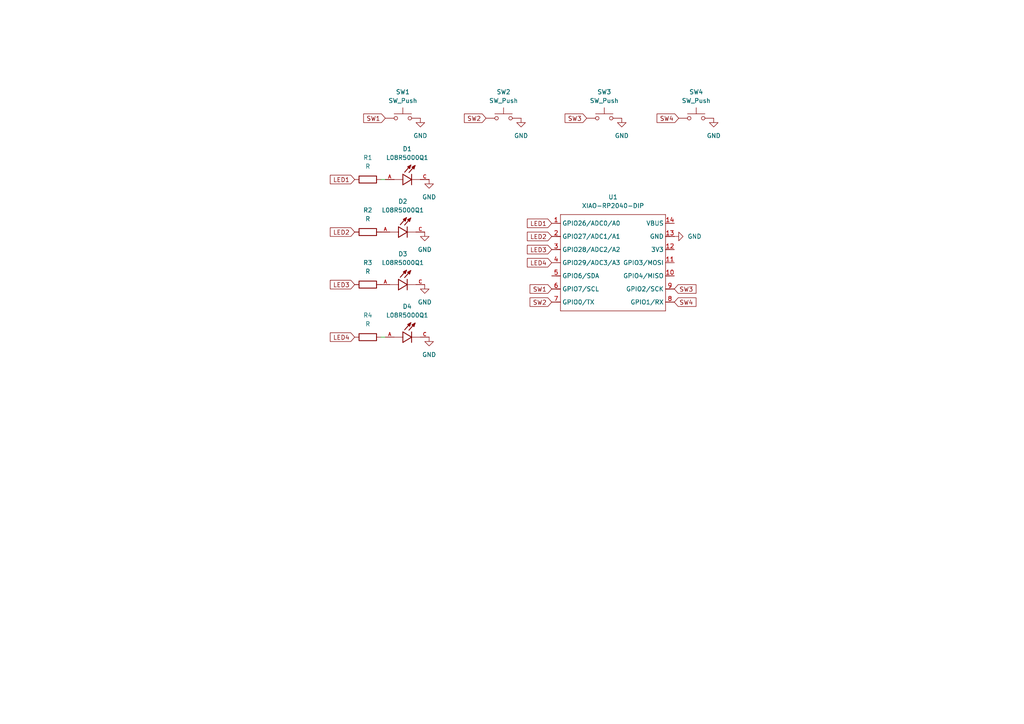
<source format=kicad_sch>
(kicad_sch (version 20250114) (generator "eeschema") (generator_version "9.0")
  (paper "A4")
  (lib_symbols
    (symbol "Device:R" (pin_numbers (hide yes)) (pin_names (offset 0))
      (property "Reference" "R" (at 2.032 0 90))
      (property "Value" "R" (at 0 0 90))
      (symbol "R_0_1"
        (rectangle (start -1.016 -2.54) (end 1.016 2.54) (stroke (width 0.254)))
      )
      (symbol "R_1_1"
        (pin passive line (at 0 3.81 270) (length 1.27) (name "~") (number "1"))
        (pin passive line (at 0 -3.81 90) (length 1.27) (name "~") (number "2"))
      )
    )
    (symbol "LED:L08R5000Q1" (pin_names (offset 1.016))
      (property "Reference" "D" (at -3.0988 4.4958 0))
      (property "Value" "L08R5000Q1" (at -3.556 -3.302 0))
      (symbol "L08R5000Q1_0_0"
        (polyline (pts (xy -2.54 1.524) (xy -2.54 0)) (stroke (width 0.254)))
        (polyline (pts (xy -2.54 0) (xy -5.08 0)) (stroke (width 0.1524)))
        (polyline (pts (xy -2.54 0) (xy -2.54 -1.524)) (stroke (width 0.254)))
        (polyline (pts (xy -2.54 -1.524) (xy 0 0)) (stroke (width 0.254)))
        (polyline (pts (xy -1.1176 3.683) (xy -0.2286 4.1656)) (stroke (width 0.254)))
        (polyline (pts (xy -0.9398 3.6068) (xy -0.7112 3.7592)) (stroke (width 0.254)))
        (polyline (pts (xy -0.5588 3.2004) (xy -1.1176 3.683)) (stroke (width 0.254)))
        (polyline (pts (xy -0.5588 3.2004) (xy -0.5334 3.937)) (stroke (width 0.254)))
        (polyline (pts (xy -0.5334 3.937) (xy -0.6604 3.937)) (stroke (width 0.254)))
        (polyline (pts (xy -0.2286 4.1656) (xy -2.0066 2.1336)) (stroke (width 0.254)))
        (polyline (pts (xy -0.2286 4.1656) (xy -0.5588 3.2004)) (stroke (width 0.254)))
        (polyline (pts (xy 0 1.524) (xy 0 0)) (stroke (width 0.254)))
        (polyline (pts (xy 0 0) (xy -2.54 1.524)) (stroke (width 0.254)))
        (polyline (pts (xy 0 0) (xy 0 -1.524)) (stroke (width 0.254)))
        (polyline (pts (xy 0.127 3.5814) (xy 1.016 4.064)) (stroke (width 0.254)))
        (polyline (pts (xy 0.3048 3.5052) (xy 0.5334 3.6576)) (stroke (width 0.254)))
        (polyline (pts (xy 0.6858 3.0988) (xy 0.127 3.5814)) (stroke (width 0.254)))
        (polyline (pts (xy 0.6858 3.0988) (xy 0.7112 3.8354)) (stroke (width 0.254)))
        (polyline (pts (xy 0.7112 3.8354) (xy 0.5842 3.8354)) (stroke (width 0.254)))
        (polyline (pts (xy 1.016 4.064) (xy -0.762 2.032)) (stroke (width 0.254)))
        (polyline (pts (xy 1.016 4.064) (xy 0.6858 3.0988)) (stroke (width 0.254)))
        (polyline (pts (xy 2.54 0) (xy 0 0)) (stroke (width 0.1524)))
        (pin passive line (at -7.62 0 0) (length 2.54) (name "~") (number "A"))
        (pin passive line (at 5.08 0 180) (length 2.54) (name "~") (number "C"))
      )
    )
    (symbol "OPL:XIAO-RP2040-DIP"
      (property "Reference" "U" (at 0 0 0))
      (property "Value" "XIAO-RP2040-DIP" (at 5.334 -1.778 0))
      (symbol "XIAO-RP2040-DIP_1_0"
        (polyline (pts (xy -1.27 -2.54) (xy 29.21 -2.54)) (stroke (width 0.1524)))
        (polyline (pts (xy -1.27 -5.08) (xy -2.54 -5.08)) (stroke (width 0.1524)))
        (polyline (pts (xy -1.27 -5.08) (xy -1.27 -2.54)) (stroke (width 0.1524)))
        (polyline (pts (xy -1.27 -8.89) (xy -2.54 -8.89)) (stroke (width 0.1524)))
        (polyline (pts (xy -1.27 -8.89) (xy -1.27 -5.08)) (stroke (width 0.1524)))
        (polyline (pts (xy -1.27 -12.7) (xy -2.54 -12.7)) (stroke (width 0.1524)))
        (polyline (pts (xy -1.27 -12.7) (xy -1.27 -8.89)) (stroke (width 0.1524)))
        (polyline (pts (xy -1.27 -16.51) (xy -2.54 -16.51)) (stroke (width 0.1524)))
        (polyline (pts (xy -1.27 -16.51) (xy -1.27 -12.7)) (stroke (width 0.1524)))
        (polyline (pts (xy -1.27 -20.32) (xy -2.54 -20.32)) (stroke (width 0.1524)))
        (polyline (pts (xy -1.27 -24.13) (xy -2.54 -24.13)) (stroke (width 0.1524)))
        (polyline (pts (xy -1.27 -27.94) (xy -2.54 -27.94)) (stroke (width 0.1524)))
        (polyline (pts (xy -1.27 -30.48) (xy -1.27 -16.51)) (stroke (width 0.1524)))
        (polyline (pts (xy 29.21 -2.54) (xy 29.21 -5.08)) (stroke (width 0.1524)))
        (polyline (pts (xy 29.21 -5.08) (xy 29.21 -8.89)) (stroke (width 0.1524)))
        (polyline (pts (xy 29.21 -8.89) (xy 29.21 -12.7)) (stroke (width 0.1524)))
        (polyline (pts (xy 29.21 -12.7) (xy 29.21 -30.48)) (stroke (width 0.1524)))
        (polyline (pts (xy 29.21 -30.48) (xy -1.27 -30.48)) (stroke (width 0.1524)))
        (polyline (pts (xy 30.48 -5.08) (xy 29.21 -5.08)) (stroke (width 0.1524)))
        (polyline (pts (xy 30.48 -8.89) (xy 29.21 -8.89)) (stroke (width 0.1524)))
        (polyline (pts (xy 30.48 -12.7) (xy 29.21 -12.7)) (stroke (width 0.1524)))
        (polyline (pts (xy 30.48 -16.51) (xy 29.21 -16.51)) (stroke (width 0.1524)))
        (polyline (pts (xy 30.48 -20.32) (xy 29.21 -20.32)) (stroke (width 0.1524)))
        (polyline (pts (xy 30.48 -24.13) (xy 29.21 -24.13)) (stroke (width 0.1524)))
        (polyline (pts (xy 30.48 -27.94) (xy 29.21 -27.94)) (stroke (width 0.1524)))
        (pin passive line (at -3.81 -5.08 0) (length 2.54) (name "GPIO26/ADC0/A0") (number "1"))
        (pin passive line (at -3.81 -8.89 0) (length 2.54) (name "GPIO27/ADC1/A1") (number "2"))
        (pin passive line (at -3.81 -12.7 0) (length 2.54) (name "GPIO28/ADC2/A2") (number "3"))
        (pin passive line (at -3.81 -16.51 0) (length 2.54) (name "GPIO29/ADC3/A3") (number "4"))
        (pin passive line (at -3.81 -20.32 0) (length 2.54) (name "GPIO6/SDA") (number "5"))
        (pin passive line (at -3.81 -24.13 0) (length 2.54) (name "GPIO7/SCL") (number "6"))
        (pin passive line (at -3.81 -27.94 0) (length 2.54) (name "GPIO0/TX") (number "7"))
        (pin passive line (at 31.75 -5.08 180) (length 2.54) (name "VBUS") (number "14"))
        (pin passive line (at 31.75 -8.89 180) (length 2.54) (name "GND") (number "13"))
        (pin passive line (at 31.75 -12.7 180) (length 2.54) (name "3V3") (number "12"))
        (pin passive line (at 31.75 -16.51 180) (length 2.54) (name "GPIO3/MOSI") (number "11"))
        (pin passive line (at 31.75 -20.32 180) (length 2.54) (name "GPIO4/MISO") (number "10"))
        (pin passive line (at 31.75 -24.13 180) (length 2.54) (name "GPIO2/SCK") (number "9"))
        (pin passive line (at 31.75 -27.94 180) (length 2.54) (name "GPIO1/RX") (number "8"))
      )
    )
    (symbol "Switch:SW_Push" (pin_numbers (hide yes)) (pin_names (offset 1.016) (hide yes))
      (property "Reference" "SW" (at 1.27 2.54 0))
      (property "Value" "SW_Push" (at 0 -1.524 0))
      (symbol "SW_Push_0_1"
        (circle (center -2.032 0) (radius 0.508))
        (polyline (pts (xy 0 1.27) (xy 0 3.048)))
        (circle (center 2.032 0) (radius 0.508))
        (polyline (pts (xy 2.54 1.27) (xy -2.54 1.27)))
        (pin passive line (at -5.08 0 0) (length 2.54) (name "1") (number "1"))
        (pin passive line (at 5.08 0 180) (length 2.54) (name "2") (number "2"))
      )
    )
    (symbol "power:GND" (power) (pin_numbers (hide yes)) (pin_names (offset 0) (hide yes))
      (property "Value" "GND" (at 0 -3.81 0))
      (symbol "GND_0_1"
        (polyline (pts (xy 0 0) (xy 0 -1.27) (xy 1.27 -1.27) (xy 0 -2.54) (xy -1.27 -1.27) (xy 0 -1.27)))
      )
      (symbol "GND_1_1"
        (pin power_in line (at 0 0 270) (length 0) (name "~") (number "1"))
      )
    )
  )
  (wire (pts (xy 111.76 52.07) (xy 110.49 52.07)))
  (wire (pts (xy 111.76 97.79) (xy 110.49 97.79)))
  (global_label "LED2" (shape input) (at 102.87 67.31 180) (property "Intersheetrefs" "${INTERSHEET_REFS}" (effects (hide yes))))
  (global_label "SW2" (shape input) (at 160.02 87.63 180) (property "Intersheetrefs" "${INTERSHEET_REFS}" (effects (hide yes))))
  (global_label "LED2" (shape input) (at 160.02 68.58 180) (property "Intersheetrefs" "${INTERSHEET_REFS}" (effects (hide yes))))
  (global_label "SW4" (shape input) (at 195.58 87.63 0) (property "Intersheetrefs" "${INTERSHEET_REFS}" (effects (hide yes))))
  (global_label "SW1" (shape input) (at 111.76 34.29 180) (property "Intersheetrefs" "${INTERSHEET_REFS}" (effects (hide yes))))
  (global_label "LED4" (shape input) (at 160.02 76.2 180) (property "Intersheetrefs" "${INTERSHEET_REFS}" (effects (hide yes))))
  (global_label "LED3" (shape input) (at 102.87 82.55 180) (property "Intersheetrefs" "${INTERSHEET_REFS}" (effects (hide yes))))
  (global_label "LED1" (shape input) (at 102.87 52.07 180) (property "Intersheetrefs" "${INTERSHEET_REFS}" (effects (hide yes))))
  (global_label "SW1" (shape input) (at 160.02 83.82 180) (property "Intersheetrefs" "${INTERSHEET_REFS}" (effects (hide yes))))
  (global_label "SW3" (shape input) (at 195.58 83.82 0) (property "Intersheetrefs" "${INTERSHEET_REFS}" (effects (hide yes))))
  (global_label "SW4" (shape input) (at 196.85 34.29 180) (property "Intersheetrefs" "${INTERSHEET_REFS}" (effects (hide yes))))
  (global_label "LED4" (shape input) (at 102.87 97.79 180) (property "Intersheetrefs" "${INTERSHEET_REFS}" (effects (hide yes))))
  (global_label "LED1" (shape input) (at 160.02 64.77 180) (property "Intersheetrefs" "${INTERSHEET_REFS}" (effects (hide yes))))
  (global_label "SW2" (shape input) (at 140.97 34.29 180) (property "Intersheetrefs" "${INTERSHEET_REFS}" (effects (hide yes))))
  (global_label "LED3" (shape input) (at 160.02 72.39 180) (property "Intersheetrefs" "${INTERSHEET_REFS}" (effects (hide yes))))
  (global_label "SW3" (shape input) (at 170.18 34.29 180) (property "Intersheetrefs" "${INTERSHEET_REFS}" (effects (hide yes))))
  (symbol (lib_id "power:GND") (at 207.01 34.29 0) (unit 1)
    (property "Reference" "#PWR04" (effects (hide yes)))
    (property "Value" "GND" (at 207.01 39.37 0))
    (property "Description" "Power symbol creates a global label with name \"GND\" , ground" (effects (hide yes)))
  )
  (symbol (lib_id "power:GND") (at 180.34 34.29 0) (unit 1)
    (property "Reference" "#PWR03" (effects (hide yes)))
    (property "Value" "GND" (at 180.34 39.37 0))
    (property "Description" "Power symbol creates a global label with name \"GND\" , ground" (effects (hide yes)))
  )
  (symbol (lib_id "LED:L08R5000Q1") (at 119.38 52.07 0) (unit 1)
    (property "Reference" "D1" (at 118.11 43.18 0))
    (property "Value" "L08R5000Q1" (at 118.11 45.72 0))
    (property "Footprint" "LED:LEDRD254W57D500H1070" (effects (hide yes)))
    (property "MF" "LED Technology" (effects (hide yes)))
    (property "MAXIMUM_PACKAGE_HEIGHT" "10.7mm" (effects (hide yes)))
    (property "Package" "None" (effects (hide yes)))
    (property "Price" "None" (effects (hide yes)))
    (property "Check_prices" "https://www.snapeda.com/parts/L08R5000Q1/LED+Technology/view-part/?ref=eda" (effects (hide yes)))
    (property "STANDARD" "IPC-7351B" (effects (hide yes)))
    (property "PARTREV" "NA" (effects (hide yes)))
    (property "SnapEDA_Link" "https://www.snapeda.com/parts/L08R5000Q1/LED+Technology/view-part/?ref=snap" (effects (hide yes)))
    (property "MP" "L08R5000Q1" (effects (hide yes)))
    (property "Description_1" "LED, 5MM, ORANGE; LED / Lamp Size: 5mm / T-1 3/4; LED Colour: Orange; Typ Luminous Intensity: 4.3mcd; Viewing Angle: ..." (effects (hide yes)))
    (property "Availability" "Not in stock" (effects (hide yes)))
    (property "MANUFACTURER" "LED TECHNOLOGY" (effects (hide yes)))
  )
  (symbol (lib_id "OPL:XIAO-RP2040-DIP") (at 163.83 59.69 0) (unit 1)
    (property "Reference" "U1" (at 177.8 57.15 0))
    (property "Value" "XIAO-RP2040-DIP" (at 177.8 59.69 0))
    (property "Footprint" "OPL:XIAO-RP2040-DIP" (effects (hide yes)))
  )
  (symbol (lib_id "power:GND") (at 151.13 34.29 0) (unit 1)
    (property "Reference" "#PWR02" (effects (hide yes)))
    (property "Value" "GND" (at 151.13 39.37 0))
    (property "Description" "Power symbol creates a global label with name \"GND\" , ground" (effects (hide yes)))
  )
  (symbol (lib_id "Device:R") (at 106.68 82.55 90) (unit 1)
    (property "Reference" "R3" (at 106.68 76.2 90))
    (property "Value" "R" (at 106.68 78.74 90))
    (property "Footprint" "Resistor_THT:R_Axial_DIN0204_L3.6mm_D1.6mm_P1.90mm_Vertical" (effects (hide yes)))
    (property "Description" "Resistor" (effects (hide yes)))
  )
  (symbol (lib_id "Switch:SW_Push") (at 175.26 34.29 0) (unit 1)
    (property "Reference" "SW3" (at 175.26 26.67 0))
    (property "Value" "SW_Push" (at 175.26 29.21 0))
    (property "Footprint" "Button_Switch_Keyboard:SW_Cherry_MX_1.00u_PCB" (effects (hide yes)))
    (property "Description" "Push button switch, generic, two pins" (effects (hide yes)))
  )
  (symbol (lib_id "power:GND") (at 195.58 68.58 90) (unit 1)
    (property "Reference" "#PWR09" (effects (hide yes)))
    (property "Value" "GND" (at 199.39 68.5799 90) (effects (justify right)))
    (property "Description" "Power symbol creates a global label with name \"GND\" , ground" (effects (hide yes)))
  )
  (symbol (lib_id "power:GND") (at 124.46 97.79 0) (unit 1)
    (property "Reference" "#PWR08" (effects (hide yes)))
    (property "Value" "GND" (at 124.46 102.87 0))
    (property "Description" "Power symbol creates a global label with name \"GND\" , ground" (effects (hide yes)))
  )
  (symbol (lib_id "power:GND") (at 124.46 52.07 0) (unit 1)
    (property "Reference" "#PWR05" (effects (hide yes)))
    (property "Value" "GND" (at 124.46 57.15 0))
    (property "Description" "Power symbol creates a global label with name \"GND\" , ground" (effects (hide yes)))
  )
  (symbol (lib_id "Switch:SW_Push") (at 146.05 34.29 0) (unit 1)
    (property "Reference" "SW2" (at 146.05 26.67 0))
    (property "Value" "SW_Push" (at 146.05 29.21 0))
    (property "Footprint" "Button_Switch_Keyboard:SW_Cherry_MX_1.00u_PCB" (effects (hide yes)))
    (property "Description" "Push button switch, generic, two pins" (effects (hide yes)))
  )
  (symbol (lib_id "LED:L08R5000Q1") (at 118.11 82.55 0) (unit 1)
    (property "Reference" "D3" (at 116.84 73.66 0))
    (property "Value" "L08R5000Q1" (at 116.84 76.2 0))
    (property "Footprint" "LED:LEDRD254W57D500H1070" (effects (hide yes)))
    (property "MF" "LED Technology" (effects (hide yes)))
    (property "MAXIMUM_PACKAGE_HEIGHT" "10.7mm" (effects (hide yes)))
    (property "Package" "None" (effects (hide yes)))
    (property "Price" "None" (effects (hide yes)))
    (property "Check_prices" "https://www.snapeda.com/parts/L08R5000Q1/LED+Technology/view-part/?ref=eda" (effects (hide yes)))
    (property "STANDARD" "IPC-7351B" (effects (hide yes)))
    (property "PARTREV" "NA" (effects (hide yes)))
    (property "SnapEDA_Link" "https://www.snapeda.com/parts/L08R5000Q1/LED+Technology/view-part/?ref=snap" (effects (hide yes)))
    (property "MP" "L08R5000Q1" (effects (hide yes)))
    (property "Description_1" "LED, 5MM, ORANGE; LED / Lamp Size: 5mm / T-1 3/4; LED Colour: Orange; Typ Luminous Intensity: 4.3mcd; Viewing Angle: ..." (effects (hide yes)))
    (property "Availability" "Not in stock" (effects (hide yes)))
    (property "MANUFACTURER" "LED TECHNOLOGY" (effects (hide yes)))
  )
  (symbol (lib_id "power:GND") (at 123.19 67.31 0) (unit 1)
    (property "Reference" "#PWR06" (effects (hide yes)))
    (property "Value" "GND" (at 123.19 72.39 0))
    (property "Description" "Power symbol creates a global label with name \"GND\" , ground" (effects (hide yes)))
  )
  (symbol (lib_id "power:GND") (at 121.92 34.29 0) (unit 1)
    (property "Reference" "#PWR01" (effects (hide yes)))
    (property "Value" "GND" (at 121.92 39.37 0))
    (property "Description" "Power symbol creates a global label with name \"GND\" , ground" (effects (hide yes)))
  )
  (symbol (lib_id "power:GND") (at 123.19 82.55 0) (unit 1)
    (property "Reference" "#PWR07" (effects (hide yes)))
    (property "Value" "GND" (at 123.19 87.63 0))
    (property "Description" "Power symbol creates a global label with name \"GND\" , ground" (effects (hide yes)))
  )
  (symbol (lib_id "LED:L08R5000Q1") (at 118.11 67.31 0) (unit 1)
    (property "Reference" "D2" (at 116.84 58.42 0))
    (property "Value" "L08R5000Q1" (at 116.84 60.96 0))
    (property "Footprint" "LED:LEDRD254W57D500H1070" (effects (hide yes)))
    (property "MF" "LED Technology" (effects (hide yes)))
    (property "MAXIMUM_PACKAGE_HEIGHT" "10.7mm" (effects (hide yes)))
    (property "Package" "None" (effects (hide yes)))
    (property "Price" "None" (effects (hide yes)))
    (property "Check_prices" "https://www.snapeda.com/parts/L08R5000Q1/LED+Technology/view-part/?ref=eda" (effects (hide yes)))
    (property "STANDARD" "IPC-7351B" (effects (hide yes)))
    (property "PARTREV" "NA" (effects (hide yes)))
    (property "SnapEDA_Link" "https://www.snapeda.com/parts/L08R5000Q1/LED+Technology/view-part/?ref=snap" (effects (hide yes)))
    (property "MP" "L08R5000Q1" (effects (hide yes)))
    (property "Description_1" "LED, 5MM, ORANGE; LED / Lamp Size: 5mm / T-1 3/4; LED Colour: Orange; Typ Luminous Intensity: 4.3mcd; Viewing Angle: ..." (effects (hide yes)))
    (property "Availability" "Not in stock" (effects (hide yes)))
    (property "MANUFACTURER" "LED TECHNOLOGY" (effects (hide yes)))
  )
  (symbol (lib_id "Switch:SW_Push") (at 116.84 34.29 0) (unit 1)
    (property "Reference" "SW1" (at 116.84 26.67 0))
    (property "Value" "SW_Push" (at 116.84 29.21 0))
    (property "Footprint" "Button_Switch_Keyboard:SW_Cherry_MX_1.00u_PCB" (effects (hide yes)))
    (property "Description" "Push button switch, generic, two pins" (effects (hide yes)))
  )
  (symbol (lib_id "Device:R") (at 106.68 97.79 90) (unit 1)
    (property "Reference" "R4" (at 106.68 91.44 90))
    (property "Value" "R" (at 106.68 93.98 90))
    (property "Footprint" "Resistor_THT:R_Axial_DIN0204_L3.6mm_D1.6mm_P1.90mm_Vertical" (effects (hide yes)))
    (property "Description" "Resistor" (effects (hide yes)))
  )
  (symbol (lib_id "Device:R") (at 106.68 67.31 90) (unit 1)
    (property "Reference" "R2" (at 106.68 60.96 90))
    (property "Value" "R" (at 106.68 63.5 90))
    (property "Footprint" "Resistor_THT:R_Axial_DIN0204_L3.6mm_D1.6mm_P1.90mm_Vertical" (effects (hide yes)))
    (property "Description" "Resistor" (effects (hide yes)))
  )
  (symbol (lib_id "Device:R") (at 106.68 52.07 90) (unit 1)
    (property "Reference" "R1" (at 106.68 45.72 90))
    (property "Value" "R" (at 106.68 48.26 90))
    (property "Footprint" "Resistor_THT:R_Axial_DIN0204_L3.6mm_D1.6mm_P1.90mm_Vertical" (effects (hide yes)))
    (property "Description" "Resistor" (effects (hide yes)))
  )
  (symbol (lib_id "Switch:SW_Push") (at 201.93 34.29 0) (unit 1)
    (property "Reference" "SW4" (at 201.93 26.67 0))
    (property "Value" "SW_Push" (at 201.93 29.21 0))
    (property "Footprint" "Button_Switch_Keyboard:SW_Cherry_MX_1.00u_PCB" (effects (hide yes)))
    (property "Description" "Push button switch, generic, two pins" (effects (hide yes)))
  )
  (symbol (lib_id "LED:L08R5000Q1") (at 119.38 97.79 0) (unit 1)
    (property "Reference" "D4" (at 118.11 88.9 0))
    (property "Value" "L08R5000Q1" (at 118.11 91.44 0))
    (property "Footprint" "LED:LEDRD254W57D500H1070" (effects (hide yes)))
    (property "MF" "LED Technology" (effects (hide yes)))
    (property "MAXIMUM_PACKAGE_HEIGHT" "10.7mm" (effects (hide yes)))
    (property "Package" "None" (effects (hide yes)))
    (property "Price" "None" (effects (hide yes)))
    (property "Check_prices" "https://www.snapeda.com/parts/L08R5000Q1/LED+Technology/view-part/?ref=eda" (effects (hide yes)))
    (property "STANDARD" "IPC-7351B" (effects (hide yes)))
    (property "PARTREV" "NA" (effects (hide yes)))
    (property "SnapEDA_Link" "https://www.snapeda.com/parts/L08R5000Q1/LED+Technology/view-part/?ref=snap" (effects (hide yes)))
    (property "MP" "L08R5000Q1" (effects (hide yes)))
    (property "Description_1" "LED, 5MM, ORANGE; LED / Lamp Size: 5mm / T-1 3/4; LED Colour: Orange; Typ Luminous Intensity: 4.3mcd; Viewing Angle: ..." (effects (hide yes)))
    (property "Availability" "Not in stock" (effects (hide yes)))
    (property "MANUFACTURER" "LED TECHNOLOGY" (effects (hide yes)))
  )
)
</source>
